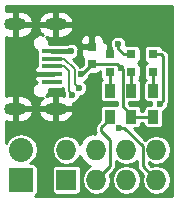
<source format=gbr>
G04 #@! TF.GenerationSoftware,KiCad,Pcbnew,no-vcs-found-7664~57~ubuntu16.10.1*
G04 #@! TF.CreationDate,2017-02-22T20:41:29+01:00*
G04 #@! TF.ProjectId,MysX2USB,4D797358325553422E6B696361645F70,rev?*
G04 #@! TF.FileFunction,Copper,L1,Top,Signal*
G04 #@! TF.FilePolarity,Positive*
%FSLAX46Y46*%
G04 Gerber Fmt 4.6, Leading zero omitted, Abs format (unit mm)*
G04 Created by KiCad (PCBNEW no-vcs-found-7664~57~ubuntu16.10.1) date Wed Feb 22 20:41:29 2017*
%MOMM*%
%LPD*%
G01*
G04 APERTURE LIST*
%ADD10C,0.100000*%
%ADD11R,1.700000X0.400000*%
%ADD12C,0.400000*%
%ADD13O,1.850000X1.050000*%
%ADD14R,0.750000X0.800000*%
%ADD15R,0.797560X0.797560*%
%ADD16R,2.032000X2.032000*%
%ADD17O,2.032000X2.032000*%
%ADD18R,1.727200X1.727200*%
%ADD19O,1.727200X1.727200*%
%ADD20R,0.900000X1.200000*%
%ADD21C,0.600000*%
%ADD22C,0.381000*%
%ADD23C,0.254000*%
%ADD24C,0.203200*%
G04 APERTURE END LIST*
D10*
D11*
X118348400Y-115602000D03*
X118348400Y-116252000D03*
X118348400Y-114952000D03*
D12*
X118348400Y-114302000D03*
D10*
G36*
X117498400Y-114102000D02*
X119198400Y-114102000D01*
X119198400Y-114502000D01*
X117498400Y-114502000D01*
X117498400Y-114102000D01*
X117498400Y-114102000D01*
G37*
D11*
X118348400Y-116902000D03*
D13*
X115248400Y-112027000D03*
X115248400Y-119177000D03*
X118698400Y-112027000D03*
X118698400Y-119177000D03*
D14*
X121742200Y-113919000D03*
X121742200Y-115419000D03*
D15*
X125095000Y-116078000D03*
X125095000Y-114579400D03*
X126949200Y-116065300D03*
X126949200Y-114566700D03*
D16*
X115747800Y-125196600D03*
D17*
X115747800Y-122656600D03*
D18*
X119583200Y-125196600D03*
D19*
X119583200Y-122656600D03*
X122123200Y-125196600D03*
X122123200Y-122656600D03*
X124663200Y-125196600D03*
X124663200Y-122656600D03*
X127203200Y-125196600D03*
X127203200Y-122656600D03*
D15*
X123240800Y-116078000D03*
X123240800Y-114579400D03*
D20*
X123240800Y-119862600D03*
X123240800Y-117662600D03*
X125095000Y-119862600D03*
X125095000Y-117662600D03*
X126949200Y-119862600D03*
X126949200Y-117662600D03*
D21*
X126009400Y-116687600D03*
X120736998Y-114477800D03*
X119979729Y-114300219D03*
X120086626Y-117987574D03*
X120654574Y-117419626D03*
X124218418Y-115722398D03*
X120853200Y-116281200D03*
X123956790Y-113690400D03*
X127469379Y-118789980D03*
X124058390Y-120781547D03*
D22*
X118348400Y-114302000D02*
X119977948Y-114302000D01*
X119977948Y-114302000D02*
X119979729Y-114300219D01*
D23*
X123240800Y-120012600D02*
X123240800Y-119862600D01*
X122536800Y-120716600D02*
X123240800Y-120012600D01*
X122536800Y-121046100D02*
X122536800Y-120716600D01*
X123291601Y-121800901D02*
X122536800Y-121046100D01*
X123291601Y-124028199D02*
X123291601Y-121800901D01*
X122123200Y-125196600D02*
X123291601Y-124028199D01*
D24*
X119786627Y-117687575D02*
X120086626Y-117987574D01*
X119786627Y-115987027D02*
X119786627Y-117687575D01*
X118348400Y-115602000D02*
X119401600Y-115602000D01*
X119401600Y-115602000D02*
X119786627Y-115987027D01*
X120273799Y-115824199D02*
X120273799Y-117038851D01*
X120354575Y-117119627D02*
X120654574Y-117419626D01*
X119401600Y-114952000D02*
X120273799Y-115824199D01*
X120273799Y-117038851D02*
X120354575Y-117119627D01*
X118348400Y-114952000D02*
X119401600Y-114952000D01*
D23*
X124327217Y-115831197D02*
X124218418Y-115722398D01*
X123883421Y-115374419D02*
X124218418Y-115722398D01*
X124340199Y-115831197D02*
X124327217Y-115831197D01*
X121742200Y-115419000D02*
X122371200Y-115419000D01*
X122371200Y-115419000D02*
X122415781Y-115374419D01*
X124340199Y-115831197D02*
X124340199Y-118957799D01*
X122415781Y-115374419D02*
X123883421Y-115374419D01*
X124340199Y-118957799D02*
X125095000Y-119712600D01*
X125095000Y-119712600D02*
X125095000Y-119862600D01*
X120853200Y-116281200D02*
X120880000Y-116281200D01*
X120880000Y-116281200D02*
X121742200Y-115419000D01*
X125095000Y-119862600D02*
X126949200Y-119862600D01*
X125095000Y-117662600D02*
X125095000Y-116078000D01*
X123956790Y-114093970D02*
X123956790Y-113690400D01*
X124442220Y-114579400D02*
X123956790Y-114093970D01*
X125095000Y-114579400D02*
X124442220Y-114579400D01*
X126949200Y-117662600D02*
X126949200Y-116065300D01*
X127787400Y-114752120D02*
X127787400Y-118423042D01*
X127787400Y-118423042D02*
X127469379Y-118741063D01*
X127469379Y-118741063D02*
X127469379Y-118789980D01*
X126949200Y-114566700D02*
X127601980Y-114566700D01*
X127601980Y-114566700D02*
X127787400Y-114752120D01*
X123240800Y-117662600D02*
X123240800Y-116078000D01*
X124482654Y-120781547D02*
X124058390Y-120781547D01*
X126034799Y-124028199D02*
X126034799Y-122333692D01*
X127203200Y-125196600D02*
X126034799Y-124028199D01*
X126034799Y-122333692D02*
X124482654Y-120781547D01*
G36*
X128544000Y-126544000D02*
X116953607Y-126544000D01*
X117038486Y-126487286D01*
X117122694Y-126361259D01*
X117152264Y-126212600D01*
X117152264Y-124333000D01*
X118331136Y-124333000D01*
X118331136Y-126060200D01*
X118360706Y-126208859D01*
X118444914Y-126334886D01*
X118570941Y-126419094D01*
X118719600Y-126448664D01*
X120446800Y-126448664D01*
X120595459Y-126419094D01*
X120721486Y-126334886D01*
X120805694Y-126208859D01*
X120835264Y-126060200D01*
X120835264Y-124333000D01*
X120805694Y-124184341D01*
X120721486Y-124058314D01*
X120595459Y-123974106D01*
X120446800Y-123944536D01*
X118719600Y-123944536D01*
X118570941Y-123974106D01*
X118444914Y-124058314D01*
X118360706Y-124184341D01*
X118331136Y-124333000D01*
X117152264Y-124333000D01*
X117152264Y-124180600D01*
X117122694Y-124031941D01*
X117038486Y-123905914D01*
X116912459Y-123821706D01*
X116763800Y-123792136D01*
X116541937Y-123792136D01*
X116762997Y-123644428D01*
X117065829Y-123191209D01*
X117172169Y-122656600D01*
X117065829Y-122121991D01*
X116762997Y-121668772D01*
X116309778Y-121365940D01*
X115775169Y-121259600D01*
X115720431Y-121259600D01*
X115185822Y-121365940D01*
X114732603Y-121668772D01*
X114456000Y-122082737D01*
X114456000Y-120253329D01*
X114721400Y-120337000D01*
X115121400Y-120337000D01*
X115121400Y-119304000D01*
X115375400Y-119304000D01*
X115375400Y-120337000D01*
X115775400Y-120337000D01*
X116209645Y-120200099D01*
X116558446Y-119907441D01*
X116767364Y-119482810D01*
X117179436Y-119482810D01*
X117388354Y-119907441D01*
X117737155Y-120200099D01*
X118171400Y-120337000D01*
X118571400Y-120337000D01*
X118571400Y-119304000D01*
X118825400Y-119304000D01*
X118825400Y-120337000D01*
X119225400Y-120337000D01*
X119659645Y-120200099D01*
X120008446Y-119907441D01*
X120217364Y-119482810D01*
X120091563Y-119304000D01*
X118825400Y-119304000D01*
X118571400Y-119304000D01*
X117305237Y-119304000D01*
X117179436Y-119482810D01*
X116767364Y-119482810D01*
X116641563Y-119304000D01*
X115375400Y-119304000D01*
X115121400Y-119304000D01*
X115101400Y-119304000D01*
X115101400Y-119050000D01*
X115121400Y-119050000D01*
X115121400Y-118017000D01*
X115375400Y-118017000D01*
X115375400Y-119050000D01*
X116641563Y-119050000D01*
X116767364Y-118871190D01*
X116558446Y-118446559D01*
X116209645Y-118153901D01*
X115775400Y-118017000D01*
X115375400Y-118017000D01*
X115121400Y-118017000D01*
X114721400Y-118017000D01*
X114456000Y-118100671D01*
X114456000Y-113741816D01*
X116667278Y-113741816D01*
X116774534Y-114001394D01*
X116972961Y-114200168D01*
X117109936Y-114257045D01*
X117109936Y-114502000D01*
X117134800Y-114627000D01*
X117109936Y-114752000D01*
X117109936Y-115152000D01*
X117134800Y-115277000D01*
X117109936Y-115402000D01*
X117109936Y-115542438D01*
X116960073Y-115692302D01*
X116863400Y-115925691D01*
X116863400Y-115993250D01*
X117022150Y-116152000D01*
X117336430Y-116152000D01*
X117349741Y-116160894D01*
X117498400Y-116190464D01*
X118495400Y-116190464D01*
X118495400Y-116313536D01*
X117498400Y-116313536D01*
X117349741Y-116343106D01*
X117336430Y-116352000D01*
X117022150Y-116352000D01*
X116863400Y-116510750D01*
X116863400Y-116578309D01*
X116960073Y-116811698D01*
X117099610Y-116951235D01*
X116974006Y-117003134D01*
X116775232Y-117201561D01*
X116667523Y-117460952D01*
X116667278Y-117741816D01*
X116774534Y-118001394D01*
X116972961Y-118200168D01*
X117232352Y-118307877D01*
X117513216Y-118308122D01*
X117592289Y-118275450D01*
X117388354Y-118446559D01*
X117179436Y-118871190D01*
X117305237Y-119050000D01*
X118571400Y-119050000D01*
X118571400Y-118017000D01*
X118171400Y-118017000D01*
X117858008Y-118115801D01*
X117971568Y-118002439D01*
X118079277Y-117743048D01*
X118079497Y-117490464D01*
X119198400Y-117490464D01*
X119304027Y-117469454D01*
X119304027Y-117687575D01*
X119340763Y-117872258D01*
X119405641Y-117969356D01*
X119405550Y-118073795D01*
X119225400Y-118017000D01*
X118825400Y-118017000D01*
X118825400Y-119050000D01*
X120091563Y-119050000D01*
X120217364Y-118871190D01*
X120117691Y-118668602D01*
X120221491Y-118668692D01*
X120471878Y-118565235D01*
X120663613Y-118373833D01*
X120767508Y-118123628D01*
X120767528Y-118100725D01*
X120789439Y-118100744D01*
X121039826Y-117997287D01*
X121231561Y-117805885D01*
X121335456Y-117555680D01*
X121335692Y-117284761D01*
X121232235Y-117034374D01*
X121110007Y-116911933D01*
X121238452Y-116858861D01*
X121430187Y-116667459D01*
X121534082Y-116417254D01*
X121534145Y-116345475D01*
X121672156Y-116207464D01*
X122117200Y-116207464D01*
X122265859Y-116177894D01*
X122391886Y-116093686D01*
X122453556Y-116001390D01*
X122453556Y-116476780D01*
X122483126Y-116625439D01*
X122567334Y-116751466D01*
X122568998Y-116752578D01*
X122516114Y-116787914D01*
X122431906Y-116913941D01*
X122402336Y-117062600D01*
X122402336Y-118262600D01*
X122431906Y-118411259D01*
X122516114Y-118537286D01*
X122642141Y-118621494D01*
X122790800Y-118651064D01*
X123690800Y-118651064D01*
X123832199Y-118622938D01*
X123832199Y-118902262D01*
X123690800Y-118874136D01*
X122790800Y-118874136D01*
X122642141Y-118903706D01*
X122516114Y-118987914D01*
X122431906Y-119113941D01*
X122402336Y-119262600D01*
X122402336Y-120132644D01*
X122177590Y-120357390D01*
X122067469Y-120522197D01*
X122028800Y-120716600D01*
X122028800Y-121046100D01*
X122051058Y-121158000D01*
X121996198Y-121158000D01*
X121996198Y-121322782D01*
X121764174Y-121201642D01*
X121348253Y-121373912D01*
X120916379Y-121768110D01*
X120733524Y-122158262D01*
X120733060Y-122155929D01*
X120463265Y-121752152D01*
X120059488Y-121482357D01*
X119583200Y-121387617D01*
X119106912Y-121482357D01*
X118703135Y-121752152D01*
X118433340Y-122155929D01*
X118338600Y-122632217D01*
X118338600Y-122680983D01*
X118433340Y-123157271D01*
X118703135Y-123561048D01*
X119106912Y-123830843D01*
X119583200Y-123925583D01*
X120059488Y-123830843D01*
X120463265Y-123561048D01*
X120733060Y-123157271D01*
X120733524Y-123154938D01*
X120916379Y-123545090D01*
X121348253Y-123939288D01*
X121609372Y-124047441D01*
X121243135Y-124292152D01*
X120973340Y-124695929D01*
X120878600Y-125172217D01*
X120878600Y-125220983D01*
X120973340Y-125697271D01*
X121243135Y-126101048D01*
X121646912Y-126370843D01*
X122123200Y-126465583D01*
X122599488Y-126370843D01*
X123003265Y-126101048D01*
X123273060Y-125697271D01*
X123367800Y-125220983D01*
X123367800Y-125172217D01*
X123418600Y-125172217D01*
X123418600Y-125220983D01*
X123513340Y-125697271D01*
X123783135Y-126101048D01*
X124186912Y-126370843D01*
X124663200Y-126465583D01*
X125139488Y-126370843D01*
X125543265Y-126101048D01*
X125813060Y-125697271D01*
X125907800Y-125220983D01*
X125907800Y-125172217D01*
X125813060Y-124695929D01*
X125543265Y-124292152D01*
X125139488Y-124022357D01*
X124663200Y-123927617D01*
X124186912Y-124022357D01*
X123783135Y-124292152D01*
X123513340Y-124695929D01*
X123418600Y-125172217D01*
X123367800Y-125172217D01*
X123284546Y-124753674D01*
X123650812Y-124387409D01*
X123760932Y-124222602D01*
X123799601Y-124028199D01*
X123799601Y-123572050D01*
X124186912Y-123830843D01*
X124663200Y-123925583D01*
X125139488Y-123830843D01*
X125526799Y-123572050D01*
X125526799Y-124028199D01*
X125565468Y-124222602D01*
X125675589Y-124387409D01*
X126041854Y-124753674D01*
X125958600Y-125172217D01*
X125958600Y-125220983D01*
X126053340Y-125697271D01*
X126323135Y-126101048D01*
X126726912Y-126370843D01*
X127203200Y-126465583D01*
X127679488Y-126370843D01*
X128083265Y-126101048D01*
X128353060Y-125697271D01*
X128447800Y-125220983D01*
X128447800Y-125172217D01*
X128353060Y-124695929D01*
X128083265Y-124292152D01*
X127679488Y-124022357D01*
X127203200Y-123927617D01*
X126743982Y-124018962D01*
X126542799Y-123817779D01*
X126542799Y-123707823D01*
X126726912Y-123830843D01*
X127203200Y-123925583D01*
X127679488Y-123830843D01*
X128083265Y-123561048D01*
X128353060Y-123157271D01*
X128447800Y-122680983D01*
X128447800Y-122632217D01*
X128353060Y-122155929D01*
X128083265Y-121752152D01*
X127679488Y-121482357D01*
X127203200Y-121387617D01*
X126726912Y-121482357D01*
X126323135Y-121752152D01*
X126262471Y-121842943D01*
X125270591Y-120851064D01*
X125545000Y-120851064D01*
X125693659Y-120821494D01*
X125819686Y-120737286D01*
X125903894Y-120611259D01*
X125933464Y-120462600D01*
X125933464Y-120370600D01*
X126110736Y-120370600D01*
X126110736Y-120462600D01*
X126140306Y-120611259D01*
X126224514Y-120737286D01*
X126350541Y-120821494D01*
X126499200Y-120851064D01*
X127399200Y-120851064D01*
X127547859Y-120821494D01*
X127673886Y-120737286D01*
X127758094Y-120611259D01*
X127787664Y-120462600D01*
X127787664Y-119395311D01*
X127854631Y-119367641D01*
X128046366Y-119176239D01*
X128150261Y-118926034D01*
X128150391Y-118776595D01*
X128256731Y-118617445D01*
X128295400Y-118423042D01*
X128295400Y-114752120D01*
X128256731Y-114557717D01*
X128197719Y-114469400D01*
X128146610Y-114392909D01*
X127961190Y-114207490D01*
X127796383Y-114097369D01*
X127719363Y-114082049D01*
X127706874Y-114019261D01*
X127622666Y-113893234D01*
X127496639Y-113809026D01*
X127347980Y-113779456D01*
X126550420Y-113779456D01*
X126401761Y-113809026D01*
X126275734Y-113893234D01*
X126191526Y-114019261D01*
X126161956Y-114167920D01*
X126161956Y-114965480D01*
X126191526Y-115114139D01*
X126275734Y-115240166D01*
X126389228Y-115316000D01*
X126275734Y-115391834D01*
X126191526Y-115517861D01*
X126161956Y-115666520D01*
X126161956Y-116464080D01*
X126191526Y-116612739D01*
X126275734Y-116738766D01*
X126286902Y-116746228D01*
X126224514Y-116787914D01*
X126140306Y-116913941D01*
X126110736Y-117062600D01*
X126110736Y-118262600D01*
X126140306Y-118411259D01*
X126224514Y-118537286D01*
X126350541Y-118621494D01*
X126499200Y-118651064D01*
X126789685Y-118651064D01*
X126788497Y-118653926D01*
X126788305Y-118874136D01*
X126499200Y-118874136D01*
X126350541Y-118903706D01*
X126224514Y-118987914D01*
X126140306Y-119113941D01*
X126110736Y-119262600D01*
X126110736Y-119354600D01*
X125933464Y-119354600D01*
X125933464Y-119262600D01*
X125903894Y-119113941D01*
X125819686Y-118987914D01*
X125693659Y-118903706D01*
X125545000Y-118874136D01*
X124974956Y-118874136D01*
X124848199Y-118747379D01*
X124848199Y-118651064D01*
X125545000Y-118651064D01*
X125693659Y-118621494D01*
X125819686Y-118537286D01*
X125903894Y-118411259D01*
X125933464Y-118262600D01*
X125933464Y-117062600D01*
X125903894Y-116913941D01*
X125819686Y-116787914D01*
X125766802Y-116752578D01*
X125768466Y-116751466D01*
X125852674Y-116625439D01*
X125882244Y-116476780D01*
X125882244Y-115679220D01*
X125852674Y-115530561D01*
X125768466Y-115404534D01*
X125654972Y-115328700D01*
X125768466Y-115252866D01*
X125852674Y-115126839D01*
X125882244Y-114978180D01*
X125882244Y-114180620D01*
X125852674Y-114031961D01*
X125768466Y-113905934D01*
X125642439Y-113821726D01*
X125493780Y-113792156D01*
X124696220Y-113792156D01*
X124637692Y-113803798D01*
X124637908Y-113555535D01*
X124534451Y-113305148D01*
X124343049Y-113113413D01*
X124092844Y-113009518D01*
X123821925Y-113009282D01*
X123571538Y-113112739D01*
X123379803Y-113304141D01*
X123275908Y-113554346D01*
X123275672Y-113825265D01*
X123367800Y-114048234D01*
X123367800Y-114452400D01*
X123387800Y-114452400D01*
X123387800Y-114706400D01*
X123367800Y-114706400D01*
X123367800Y-114726400D01*
X123113800Y-114726400D01*
X123113800Y-114706400D01*
X123093800Y-114706400D01*
X123093800Y-114452400D01*
X123113800Y-114452400D01*
X123113800Y-113704370D01*
X122955050Y-113545620D01*
X122752200Y-113545620D01*
X122752200Y-113392691D01*
X122655527Y-113159302D01*
X122476899Y-112980673D01*
X122243510Y-112884000D01*
X122027950Y-112884000D01*
X121869200Y-113042750D01*
X121869200Y-113792000D01*
X121889200Y-113792000D01*
X121889200Y-114046000D01*
X121869200Y-114046000D01*
X121869200Y-114066000D01*
X121615200Y-114066000D01*
X121615200Y-114046000D01*
X120890950Y-114046000D01*
X120732200Y-114204750D01*
X120732200Y-114445309D01*
X120828873Y-114678698D01*
X121007501Y-114857327D01*
X121014942Y-114860409D01*
X121008306Y-114870341D01*
X120978736Y-115019000D01*
X120978736Y-115464044D01*
X120842590Y-115600190D01*
X120718335Y-115600082D01*
X120698727Y-115608184D01*
X120646862Y-115530561D01*
X120615049Y-115482949D01*
X120615046Y-115482947D01*
X120113436Y-114981336D01*
X120114594Y-114981337D01*
X120364981Y-114877880D01*
X120556716Y-114686478D01*
X120660611Y-114436273D01*
X120660847Y-114165354D01*
X120557390Y-113914967D01*
X120365988Y-113723232D01*
X120115783Y-113619337D01*
X119844864Y-113619101D01*
X119594477Y-113722558D01*
X119586521Y-113730500D01*
X119283684Y-113730500D01*
X119198400Y-113713536D01*
X118079303Y-113713536D01*
X118079522Y-113462184D01*
X118050808Y-113392691D01*
X120732200Y-113392691D01*
X120732200Y-113633250D01*
X120890950Y-113792000D01*
X121615200Y-113792000D01*
X121615200Y-113042750D01*
X121456450Y-112884000D01*
X121240890Y-112884000D01*
X121007501Y-112980673D01*
X120828873Y-113159302D01*
X120732200Y-113392691D01*
X118050808Y-113392691D01*
X117972266Y-113202606D01*
X117858083Y-113088223D01*
X118171400Y-113187000D01*
X118571400Y-113187000D01*
X118571400Y-112154000D01*
X118825400Y-112154000D01*
X118825400Y-113187000D01*
X119225400Y-113187000D01*
X119659645Y-113050099D01*
X120008446Y-112757441D01*
X120217364Y-112332810D01*
X120091563Y-112154000D01*
X118825400Y-112154000D01*
X118571400Y-112154000D01*
X117305237Y-112154000D01*
X117179436Y-112332810D01*
X117388354Y-112757441D01*
X117592041Y-112928343D01*
X117514448Y-112896123D01*
X117233584Y-112895878D01*
X116974006Y-113003134D01*
X116775232Y-113201561D01*
X116667523Y-113460952D01*
X116667278Y-113741816D01*
X114456000Y-113741816D01*
X114456000Y-113103329D01*
X114721400Y-113187000D01*
X115121400Y-113187000D01*
X115121400Y-112154000D01*
X115375400Y-112154000D01*
X115375400Y-113187000D01*
X115775400Y-113187000D01*
X116209645Y-113050099D01*
X116558446Y-112757441D01*
X116767364Y-112332810D01*
X116641563Y-112154000D01*
X115375400Y-112154000D01*
X115121400Y-112154000D01*
X115101400Y-112154000D01*
X115101400Y-111900000D01*
X115121400Y-111900000D01*
X115121400Y-110867000D01*
X115375400Y-110867000D01*
X115375400Y-111900000D01*
X116641563Y-111900000D01*
X116767364Y-111721190D01*
X117179436Y-111721190D01*
X117305237Y-111900000D01*
X118571400Y-111900000D01*
X118571400Y-110867000D01*
X118825400Y-110867000D01*
X118825400Y-111900000D01*
X120091563Y-111900000D01*
X120217364Y-111721190D01*
X120008446Y-111296559D01*
X119659645Y-111003901D01*
X119225400Y-110867000D01*
X118825400Y-110867000D01*
X118571400Y-110867000D01*
X118171400Y-110867000D01*
X117737155Y-111003901D01*
X117388354Y-111296559D01*
X117179436Y-111721190D01*
X116767364Y-111721190D01*
X116558446Y-111296559D01*
X116209645Y-111003901D01*
X115775400Y-110867000D01*
X115375400Y-110867000D01*
X115121400Y-110867000D01*
X114721400Y-110867000D01*
X114456000Y-110950671D01*
X114456000Y-110456000D01*
X128544000Y-110456000D01*
X128544000Y-126544000D01*
X128544000Y-126544000D01*
G37*
X128544000Y-126544000D02*
X116953607Y-126544000D01*
X117038486Y-126487286D01*
X117122694Y-126361259D01*
X117152264Y-126212600D01*
X117152264Y-124333000D01*
X118331136Y-124333000D01*
X118331136Y-126060200D01*
X118360706Y-126208859D01*
X118444914Y-126334886D01*
X118570941Y-126419094D01*
X118719600Y-126448664D01*
X120446800Y-126448664D01*
X120595459Y-126419094D01*
X120721486Y-126334886D01*
X120805694Y-126208859D01*
X120835264Y-126060200D01*
X120835264Y-124333000D01*
X120805694Y-124184341D01*
X120721486Y-124058314D01*
X120595459Y-123974106D01*
X120446800Y-123944536D01*
X118719600Y-123944536D01*
X118570941Y-123974106D01*
X118444914Y-124058314D01*
X118360706Y-124184341D01*
X118331136Y-124333000D01*
X117152264Y-124333000D01*
X117152264Y-124180600D01*
X117122694Y-124031941D01*
X117038486Y-123905914D01*
X116912459Y-123821706D01*
X116763800Y-123792136D01*
X116541937Y-123792136D01*
X116762997Y-123644428D01*
X117065829Y-123191209D01*
X117172169Y-122656600D01*
X117065829Y-122121991D01*
X116762997Y-121668772D01*
X116309778Y-121365940D01*
X115775169Y-121259600D01*
X115720431Y-121259600D01*
X115185822Y-121365940D01*
X114732603Y-121668772D01*
X114456000Y-122082737D01*
X114456000Y-120253329D01*
X114721400Y-120337000D01*
X115121400Y-120337000D01*
X115121400Y-119304000D01*
X115375400Y-119304000D01*
X115375400Y-120337000D01*
X115775400Y-120337000D01*
X116209645Y-120200099D01*
X116558446Y-119907441D01*
X116767364Y-119482810D01*
X117179436Y-119482810D01*
X117388354Y-119907441D01*
X117737155Y-120200099D01*
X118171400Y-120337000D01*
X118571400Y-120337000D01*
X118571400Y-119304000D01*
X118825400Y-119304000D01*
X118825400Y-120337000D01*
X119225400Y-120337000D01*
X119659645Y-120200099D01*
X120008446Y-119907441D01*
X120217364Y-119482810D01*
X120091563Y-119304000D01*
X118825400Y-119304000D01*
X118571400Y-119304000D01*
X117305237Y-119304000D01*
X117179436Y-119482810D01*
X116767364Y-119482810D01*
X116641563Y-119304000D01*
X115375400Y-119304000D01*
X115121400Y-119304000D01*
X115101400Y-119304000D01*
X115101400Y-119050000D01*
X115121400Y-119050000D01*
X115121400Y-118017000D01*
X115375400Y-118017000D01*
X115375400Y-119050000D01*
X116641563Y-119050000D01*
X116767364Y-118871190D01*
X116558446Y-118446559D01*
X116209645Y-118153901D01*
X115775400Y-118017000D01*
X115375400Y-118017000D01*
X115121400Y-118017000D01*
X114721400Y-118017000D01*
X114456000Y-118100671D01*
X114456000Y-113741816D01*
X116667278Y-113741816D01*
X116774534Y-114001394D01*
X116972961Y-114200168D01*
X117109936Y-114257045D01*
X117109936Y-114502000D01*
X117134800Y-114627000D01*
X117109936Y-114752000D01*
X117109936Y-115152000D01*
X117134800Y-115277000D01*
X117109936Y-115402000D01*
X117109936Y-115542438D01*
X116960073Y-115692302D01*
X116863400Y-115925691D01*
X116863400Y-115993250D01*
X117022150Y-116152000D01*
X117336430Y-116152000D01*
X117349741Y-116160894D01*
X117498400Y-116190464D01*
X118495400Y-116190464D01*
X118495400Y-116313536D01*
X117498400Y-116313536D01*
X117349741Y-116343106D01*
X117336430Y-116352000D01*
X117022150Y-116352000D01*
X116863400Y-116510750D01*
X116863400Y-116578309D01*
X116960073Y-116811698D01*
X117099610Y-116951235D01*
X116974006Y-117003134D01*
X116775232Y-117201561D01*
X116667523Y-117460952D01*
X116667278Y-117741816D01*
X116774534Y-118001394D01*
X116972961Y-118200168D01*
X117232352Y-118307877D01*
X117513216Y-118308122D01*
X117592289Y-118275450D01*
X117388354Y-118446559D01*
X117179436Y-118871190D01*
X117305237Y-119050000D01*
X118571400Y-119050000D01*
X118571400Y-118017000D01*
X118171400Y-118017000D01*
X117858008Y-118115801D01*
X117971568Y-118002439D01*
X118079277Y-117743048D01*
X118079497Y-117490464D01*
X119198400Y-117490464D01*
X119304027Y-117469454D01*
X119304027Y-117687575D01*
X119340763Y-117872258D01*
X119405641Y-117969356D01*
X119405550Y-118073795D01*
X119225400Y-118017000D01*
X118825400Y-118017000D01*
X118825400Y-119050000D01*
X120091563Y-119050000D01*
X120217364Y-118871190D01*
X120117691Y-118668602D01*
X120221491Y-118668692D01*
X120471878Y-118565235D01*
X120663613Y-118373833D01*
X120767508Y-118123628D01*
X120767528Y-118100725D01*
X120789439Y-118100744D01*
X121039826Y-117997287D01*
X121231561Y-117805885D01*
X121335456Y-117555680D01*
X121335692Y-117284761D01*
X121232235Y-117034374D01*
X121110007Y-116911933D01*
X121238452Y-116858861D01*
X121430187Y-116667459D01*
X121534082Y-116417254D01*
X121534145Y-116345475D01*
X121672156Y-116207464D01*
X122117200Y-116207464D01*
X122265859Y-116177894D01*
X122391886Y-116093686D01*
X122453556Y-116001390D01*
X122453556Y-116476780D01*
X122483126Y-116625439D01*
X122567334Y-116751466D01*
X122568998Y-116752578D01*
X122516114Y-116787914D01*
X122431906Y-116913941D01*
X122402336Y-117062600D01*
X122402336Y-118262600D01*
X122431906Y-118411259D01*
X122516114Y-118537286D01*
X122642141Y-118621494D01*
X122790800Y-118651064D01*
X123690800Y-118651064D01*
X123832199Y-118622938D01*
X123832199Y-118902262D01*
X123690800Y-118874136D01*
X122790800Y-118874136D01*
X122642141Y-118903706D01*
X122516114Y-118987914D01*
X122431906Y-119113941D01*
X122402336Y-119262600D01*
X122402336Y-120132644D01*
X122177590Y-120357390D01*
X122067469Y-120522197D01*
X122028800Y-120716600D01*
X122028800Y-121046100D01*
X122051058Y-121158000D01*
X121996198Y-121158000D01*
X121996198Y-121322782D01*
X121764174Y-121201642D01*
X121348253Y-121373912D01*
X120916379Y-121768110D01*
X120733524Y-122158262D01*
X120733060Y-122155929D01*
X120463265Y-121752152D01*
X120059488Y-121482357D01*
X119583200Y-121387617D01*
X119106912Y-121482357D01*
X118703135Y-121752152D01*
X118433340Y-122155929D01*
X118338600Y-122632217D01*
X118338600Y-122680983D01*
X118433340Y-123157271D01*
X118703135Y-123561048D01*
X119106912Y-123830843D01*
X119583200Y-123925583D01*
X120059488Y-123830843D01*
X120463265Y-123561048D01*
X120733060Y-123157271D01*
X120733524Y-123154938D01*
X120916379Y-123545090D01*
X121348253Y-123939288D01*
X121609372Y-124047441D01*
X121243135Y-124292152D01*
X120973340Y-124695929D01*
X120878600Y-125172217D01*
X120878600Y-125220983D01*
X120973340Y-125697271D01*
X121243135Y-126101048D01*
X121646912Y-126370843D01*
X122123200Y-126465583D01*
X122599488Y-126370843D01*
X123003265Y-126101048D01*
X123273060Y-125697271D01*
X123367800Y-125220983D01*
X123367800Y-125172217D01*
X123418600Y-125172217D01*
X123418600Y-125220983D01*
X123513340Y-125697271D01*
X123783135Y-126101048D01*
X124186912Y-126370843D01*
X124663200Y-126465583D01*
X125139488Y-126370843D01*
X125543265Y-126101048D01*
X125813060Y-125697271D01*
X125907800Y-125220983D01*
X125907800Y-125172217D01*
X125813060Y-124695929D01*
X125543265Y-124292152D01*
X125139488Y-124022357D01*
X124663200Y-123927617D01*
X124186912Y-124022357D01*
X123783135Y-124292152D01*
X123513340Y-124695929D01*
X123418600Y-125172217D01*
X123367800Y-125172217D01*
X123284546Y-124753674D01*
X123650812Y-124387409D01*
X123760932Y-124222602D01*
X123799601Y-124028199D01*
X123799601Y-123572050D01*
X124186912Y-123830843D01*
X124663200Y-123925583D01*
X125139488Y-123830843D01*
X125526799Y-123572050D01*
X125526799Y-124028199D01*
X125565468Y-124222602D01*
X125675589Y-124387409D01*
X126041854Y-124753674D01*
X125958600Y-125172217D01*
X125958600Y-125220983D01*
X126053340Y-125697271D01*
X126323135Y-126101048D01*
X126726912Y-126370843D01*
X127203200Y-126465583D01*
X127679488Y-126370843D01*
X128083265Y-126101048D01*
X128353060Y-125697271D01*
X128447800Y-125220983D01*
X128447800Y-125172217D01*
X128353060Y-124695929D01*
X128083265Y-124292152D01*
X127679488Y-124022357D01*
X127203200Y-123927617D01*
X126743982Y-124018962D01*
X126542799Y-123817779D01*
X126542799Y-123707823D01*
X126726912Y-123830843D01*
X127203200Y-123925583D01*
X127679488Y-123830843D01*
X128083265Y-123561048D01*
X128353060Y-123157271D01*
X128447800Y-122680983D01*
X128447800Y-122632217D01*
X128353060Y-122155929D01*
X128083265Y-121752152D01*
X127679488Y-121482357D01*
X127203200Y-121387617D01*
X126726912Y-121482357D01*
X126323135Y-121752152D01*
X126262471Y-121842943D01*
X125270591Y-120851064D01*
X125545000Y-120851064D01*
X125693659Y-120821494D01*
X125819686Y-120737286D01*
X125903894Y-120611259D01*
X125933464Y-120462600D01*
X125933464Y-120370600D01*
X126110736Y-120370600D01*
X126110736Y-120462600D01*
X126140306Y-120611259D01*
X126224514Y-120737286D01*
X126350541Y-120821494D01*
X126499200Y-120851064D01*
X127399200Y-120851064D01*
X127547859Y-120821494D01*
X127673886Y-120737286D01*
X127758094Y-120611259D01*
X127787664Y-120462600D01*
X127787664Y-119395311D01*
X127854631Y-119367641D01*
X128046366Y-119176239D01*
X128150261Y-118926034D01*
X128150391Y-118776595D01*
X128256731Y-118617445D01*
X128295400Y-118423042D01*
X128295400Y-114752120D01*
X128256731Y-114557717D01*
X128197719Y-114469400D01*
X128146610Y-114392909D01*
X127961190Y-114207490D01*
X127796383Y-114097369D01*
X127719363Y-114082049D01*
X127706874Y-114019261D01*
X127622666Y-113893234D01*
X127496639Y-113809026D01*
X127347980Y-113779456D01*
X126550420Y-113779456D01*
X126401761Y-113809026D01*
X126275734Y-113893234D01*
X126191526Y-114019261D01*
X126161956Y-114167920D01*
X126161956Y-114965480D01*
X126191526Y-115114139D01*
X126275734Y-115240166D01*
X126389228Y-115316000D01*
X126275734Y-115391834D01*
X126191526Y-115517861D01*
X126161956Y-115666520D01*
X126161956Y-116464080D01*
X126191526Y-116612739D01*
X126275734Y-116738766D01*
X126286902Y-116746228D01*
X126224514Y-116787914D01*
X126140306Y-116913941D01*
X126110736Y-117062600D01*
X126110736Y-118262600D01*
X126140306Y-118411259D01*
X126224514Y-118537286D01*
X126350541Y-118621494D01*
X126499200Y-118651064D01*
X126789685Y-118651064D01*
X126788497Y-118653926D01*
X126788305Y-118874136D01*
X126499200Y-118874136D01*
X126350541Y-118903706D01*
X126224514Y-118987914D01*
X126140306Y-119113941D01*
X126110736Y-119262600D01*
X126110736Y-119354600D01*
X125933464Y-119354600D01*
X125933464Y-119262600D01*
X125903894Y-119113941D01*
X125819686Y-118987914D01*
X125693659Y-118903706D01*
X125545000Y-118874136D01*
X124974956Y-118874136D01*
X124848199Y-118747379D01*
X124848199Y-118651064D01*
X125545000Y-118651064D01*
X125693659Y-118621494D01*
X125819686Y-118537286D01*
X125903894Y-118411259D01*
X125933464Y-118262600D01*
X125933464Y-117062600D01*
X125903894Y-116913941D01*
X125819686Y-116787914D01*
X125766802Y-116752578D01*
X125768466Y-116751466D01*
X125852674Y-116625439D01*
X125882244Y-116476780D01*
X125882244Y-115679220D01*
X125852674Y-115530561D01*
X125768466Y-115404534D01*
X125654972Y-115328700D01*
X125768466Y-115252866D01*
X125852674Y-115126839D01*
X125882244Y-114978180D01*
X125882244Y-114180620D01*
X125852674Y-114031961D01*
X125768466Y-113905934D01*
X125642439Y-113821726D01*
X125493780Y-113792156D01*
X124696220Y-113792156D01*
X124637692Y-113803798D01*
X124637908Y-113555535D01*
X124534451Y-113305148D01*
X124343049Y-113113413D01*
X124092844Y-113009518D01*
X123821925Y-113009282D01*
X123571538Y-113112739D01*
X123379803Y-113304141D01*
X123275908Y-113554346D01*
X123275672Y-113825265D01*
X123367800Y-114048234D01*
X123367800Y-114452400D01*
X123387800Y-114452400D01*
X123387800Y-114706400D01*
X123367800Y-114706400D01*
X123367800Y-114726400D01*
X123113800Y-114726400D01*
X123113800Y-114706400D01*
X123093800Y-114706400D01*
X123093800Y-114452400D01*
X123113800Y-114452400D01*
X123113800Y-113704370D01*
X122955050Y-113545620D01*
X122752200Y-113545620D01*
X122752200Y-113392691D01*
X122655527Y-113159302D01*
X122476899Y-112980673D01*
X122243510Y-112884000D01*
X122027950Y-112884000D01*
X121869200Y-113042750D01*
X121869200Y-113792000D01*
X121889200Y-113792000D01*
X121889200Y-114046000D01*
X121869200Y-114046000D01*
X121869200Y-114066000D01*
X121615200Y-114066000D01*
X121615200Y-114046000D01*
X120890950Y-114046000D01*
X120732200Y-114204750D01*
X120732200Y-114445309D01*
X120828873Y-114678698D01*
X121007501Y-114857327D01*
X121014942Y-114860409D01*
X121008306Y-114870341D01*
X120978736Y-115019000D01*
X120978736Y-115464044D01*
X120842590Y-115600190D01*
X120718335Y-115600082D01*
X120698727Y-115608184D01*
X120646862Y-115530561D01*
X120615049Y-115482949D01*
X120615046Y-115482947D01*
X120113436Y-114981336D01*
X120114594Y-114981337D01*
X120364981Y-114877880D01*
X120556716Y-114686478D01*
X120660611Y-114436273D01*
X120660847Y-114165354D01*
X120557390Y-113914967D01*
X120365988Y-113723232D01*
X120115783Y-113619337D01*
X119844864Y-113619101D01*
X119594477Y-113722558D01*
X119586521Y-113730500D01*
X119283684Y-113730500D01*
X119198400Y-113713536D01*
X118079303Y-113713536D01*
X118079522Y-113462184D01*
X118050808Y-113392691D01*
X120732200Y-113392691D01*
X120732200Y-113633250D01*
X120890950Y-113792000D01*
X121615200Y-113792000D01*
X121615200Y-113042750D01*
X121456450Y-112884000D01*
X121240890Y-112884000D01*
X121007501Y-112980673D01*
X120828873Y-113159302D01*
X120732200Y-113392691D01*
X118050808Y-113392691D01*
X117972266Y-113202606D01*
X117858083Y-113088223D01*
X118171400Y-113187000D01*
X118571400Y-113187000D01*
X118571400Y-112154000D01*
X118825400Y-112154000D01*
X118825400Y-113187000D01*
X119225400Y-113187000D01*
X119659645Y-113050099D01*
X120008446Y-112757441D01*
X120217364Y-112332810D01*
X120091563Y-112154000D01*
X118825400Y-112154000D01*
X118571400Y-112154000D01*
X117305237Y-112154000D01*
X117179436Y-112332810D01*
X117388354Y-112757441D01*
X117592041Y-112928343D01*
X117514448Y-112896123D01*
X117233584Y-112895878D01*
X116974006Y-113003134D01*
X116775232Y-113201561D01*
X116667523Y-113460952D01*
X116667278Y-113741816D01*
X114456000Y-113741816D01*
X114456000Y-113103329D01*
X114721400Y-113187000D01*
X115121400Y-113187000D01*
X115121400Y-112154000D01*
X115375400Y-112154000D01*
X115375400Y-113187000D01*
X115775400Y-113187000D01*
X116209645Y-113050099D01*
X116558446Y-112757441D01*
X116767364Y-112332810D01*
X116641563Y-112154000D01*
X115375400Y-112154000D01*
X115121400Y-112154000D01*
X115101400Y-112154000D01*
X115101400Y-111900000D01*
X115121400Y-111900000D01*
X115121400Y-110867000D01*
X115375400Y-110867000D01*
X115375400Y-111900000D01*
X116641563Y-111900000D01*
X116767364Y-111721190D01*
X117179436Y-111721190D01*
X117305237Y-111900000D01*
X118571400Y-111900000D01*
X118571400Y-110867000D01*
X118825400Y-110867000D01*
X118825400Y-111900000D01*
X120091563Y-111900000D01*
X120217364Y-111721190D01*
X120008446Y-111296559D01*
X119659645Y-111003901D01*
X119225400Y-110867000D01*
X118825400Y-110867000D01*
X118571400Y-110867000D01*
X118171400Y-110867000D01*
X117737155Y-111003901D01*
X117388354Y-111296559D01*
X117179436Y-111721190D01*
X116767364Y-111721190D01*
X116558446Y-111296559D01*
X116209645Y-111003901D01*
X115775400Y-110867000D01*
X115375400Y-110867000D01*
X115121400Y-110867000D01*
X114721400Y-110867000D01*
X114456000Y-110950671D01*
X114456000Y-110456000D01*
X128544000Y-110456000D01*
X128544000Y-126544000D01*
G36*
X122250200Y-122529600D02*
X122270200Y-122529600D01*
X122270200Y-122783600D01*
X122250200Y-122783600D01*
X122250200Y-122803600D01*
X121996200Y-122803600D01*
X121996200Y-122783600D01*
X121976200Y-122783600D01*
X121976200Y-122529600D01*
X121996200Y-122529600D01*
X121996200Y-122509600D01*
X122250200Y-122509600D01*
X122250200Y-122529600D01*
X122250200Y-122529600D01*
G37*
X122250200Y-122529600D02*
X122270200Y-122529600D01*
X122270200Y-122783600D01*
X122250200Y-122783600D01*
X122250200Y-122803600D01*
X121996200Y-122803600D01*
X121996200Y-122783600D01*
X121976200Y-122783600D01*
X121976200Y-122529600D01*
X121996200Y-122529600D01*
X121996200Y-122509600D01*
X122250200Y-122509600D01*
X122250200Y-122529600D01*
M02*

</source>
